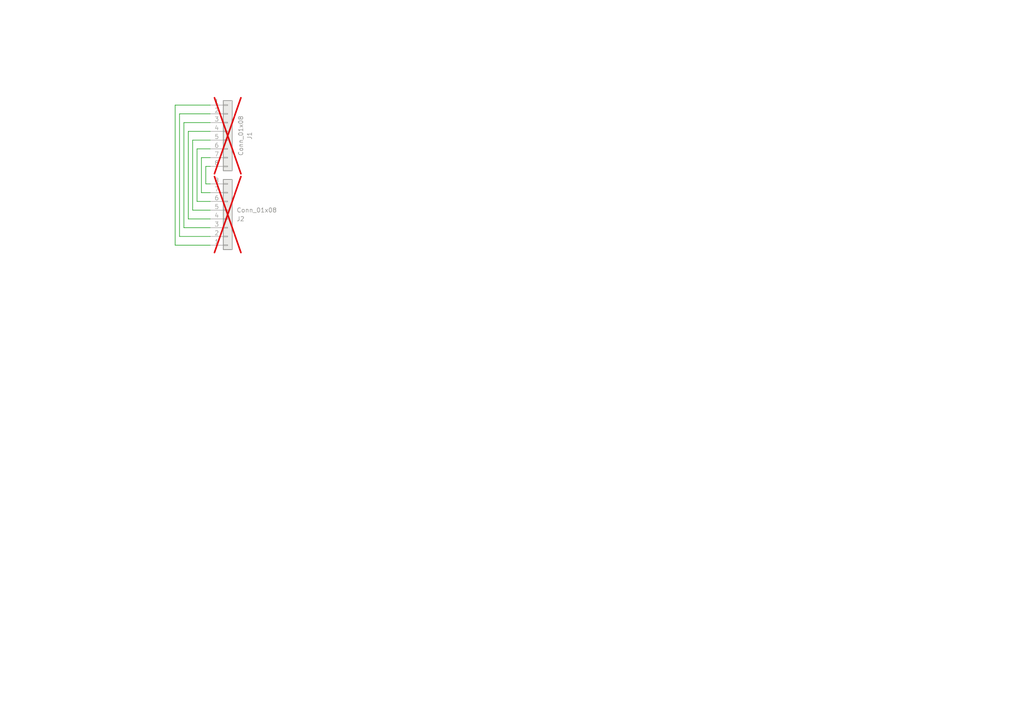
<source format=kicad_sch>
(kicad_sch (version 20230121) (generator eeschema)
  (paper "A4")
  (lib_symbols
    (symbol "Connector_Generic:Conn_01x08" (pin_names (offset 1.016) hide)
      (property "Reference" "J" (at 0 10.16 0))
      (property "Value" "Conn_01x08" (at 0 -12.7 0))
      (symbol "Conn_01x08_1_1"
        (rectangle (start -1.27 -10.033) (end 0 -10.287) (stroke (width 0.1524)))
        (rectangle (start -1.27 -7.493) (end 0 -7.747) (stroke (width 0.1524)))
        (rectangle (start -1.27 -4.953) (end 0 -5.207) (stroke (width 0.1524)))
        (rectangle (start -1.27 -2.413) (end 0 -2.667) (stroke (width 0.1524)))
        (rectangle (start -1.27 0.127) (end 0 -0.127) (stroke (width 0.1524)))
        (rectangle (start -1.27 2.667) (end 0 2.413) (stroke (width 0.1524)))
        (rectangle (start -1.27 5.207) (end 0 4.953) (stroke (width 0.1524)))
        (rectangle (start -1.27 7.747) (end 0 7.493) (stroke (width 0.1524)))
        (rectangle (start -1.27 8.89) (end 1.27 -11.43) (stroke (width 0.254)) (fill (type background)))
        (pin passive line (at -5.08 7.62 0) (length 3.81) (name "Pin_1") (number "1"))
        (pin passive line (at -5.08 5.08 0) (length 3.81) (name "Pin_2") (number "2"))
        (pin passive line (at -5.08 2.54 0) (length 3.81) (name "Pin_3") (number "3"))
        (pin passive line (at -5.08 0 0) (length 3.81) (name "Pin_4") (number "4"))
        (pin passive line (at -5.08 -2.54 0) (length 3.81) (name "Pin_5") (number "5"))
        (pin passive line (at -5.08 -5.08 0) (length 3.81) (name "Pin_6") (number "6"))
        (pin passive line (at -5.08 -7.62 0) (length 3.81) (name "Pin_7") (number "7"))
        (pin passive line (at -5.08 -10.16 0) (length 3.81) (name "Pin_8") (number "8"))
      )
    )
  )
  (wire (pts (xy 60.96 43.18) (xy 57.15 43.18)))
  (wire (pts (xy 54.61 63.5) (xy 60.96 63.5)))
  (wire (pts (xy 58.42 45.72) (xy 58.42 55.88)))
  (wire (pts (xy 55.88 40.64) (xy 55.88 60.96)))
  (wire (pts (xy 57.15 58.42) (xy 60.96 58.42)))
  (wire (pts (xy 60.96 48.26) (xy 59.69 48.26)))
  (wire (pts (xy 60.96 33.02) (xy 52.07 33.02)))
  (wire (pts (xy 60.96 35.56) (xy 53.34 35.56)))
  (wire (pts (xy 60.96 40.64) (xy 55.88 40.64)))
  (wire (pts (xy 60.96 38.1) (xy 54.61 38.1)))
  (wire (pts (xy 55.88 60.96) (xy 60.96 60.96)))
  (wire (pts (xy 50.8 30.48) (xy 50.8 71.12)))
  (wire (pts (xy 60.96 45.72) (xy 58.42 45.72)))
  (wire (pts (xy 54.61 38.1) (xy 54.61 63.5)))
  (wire (pts (xy 58.42 55.88) (xy 60.96 55.88)))
  (wire (pts (xy 59.69 48.26) (xy 59.69 53.34)))
  (wire (pts (xy 53.34 66.04) (xy 60.96 66.04)))
  (wire (pts (xy 57.15 43.18) (xy 57.15 58.42)))
  (wire (pts (xy 52.07 33.02) (xy 52.07 68.58)))
  (wire (pts (xy 50.8 71.12) (xy 60.96 71.12)))
  (wire (pts (xy 53.34 35.56) (xy 53.34 66.04)))
  (wire (pts (xy 59.69 53.34) (xy 60.96 53.34)))
  (wire (pts (xy 60.96 30.48) (xy 50.8 30.48)))
  (wire (pts (xy 52.07 68.58) (xy 60.96 68.58)))
  (symbol (lib_id "Connector_Generic:Conn_01x08") (at 66.04 38.1 0) (unit 1) (in_bom no) (dnp yes)
    (property "Reference" "J1" (at 72.39 39.37 90))
    (property "Value" "Conn_01x08" (at 69.85 39.37 90))
    (property "Footprint" "Library:FPC_01x08_conn" (effects hide))
  )
  (symbol (lib_id "Connector_Generic:Conn_01x08") (at 66.04 63.5 0) (mirror x) (unit 1) (in_bom no) (dnp yes)
    (property "Reference" "J2" (at 68.58 63.5 0) (effects (justify left)))
    (property "Value" "Conn_01x08" (at 68.58 60.96 0) (effects (justify left)))
    (property "Footprint" "Connector_PinHeader_2.54mm:PinHeader_1x08_P2.54mm_Vertical" (effects hide))
  )
)
</source>
